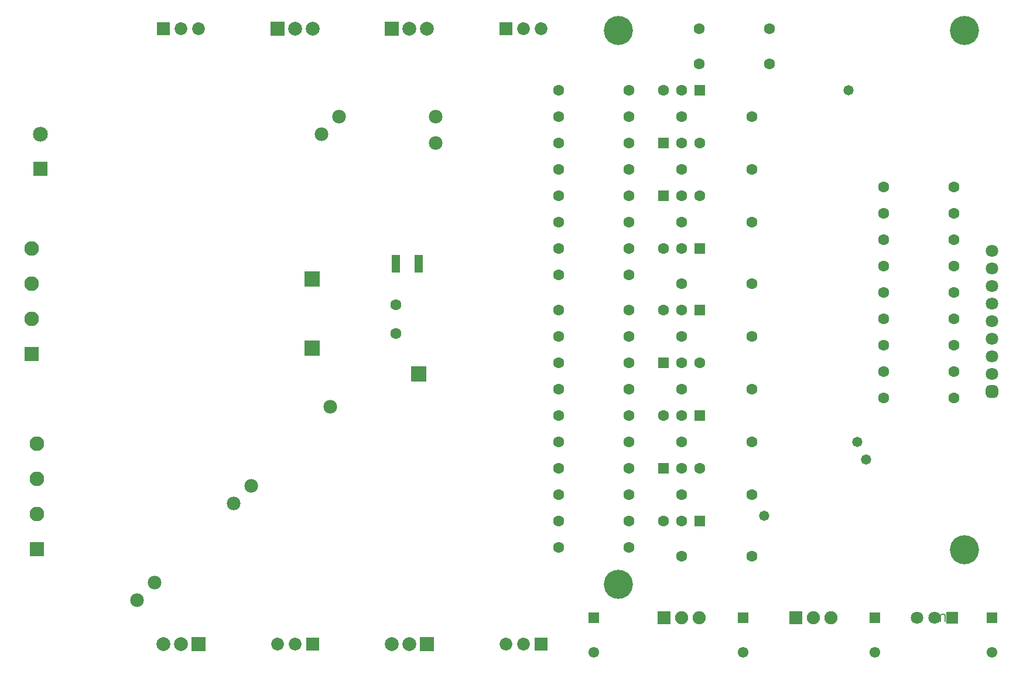
<source format=gbs>
G04*
G04 #@! TF.GenerationSoftware,Altium Limited,Altium Designer,21.8.1 (53)*
G04*
G04 Layer_Color=16711935*
%FSLAX43Y43*%
%MOMM*%
G71*
G04*
G04 #@! TF.SameCoordinates,8F43A1E2-94A4-4ABA-9861-1074310715B2*
G04*
G04*
G04 #@! TF.FilePolarity,Negative*
G04*
G01*
G75*
%ADD15C,0.152*%
%ADD19R,1.803X1.803*%
%ADD20C,1.803*%
%ADD21C,1.553*%
%ADD22R,1.553X1.553*%
%ADD23R,1.903X1.903*%
%ADD24C,1.903*%
%ADD25R,1.303X2.503*%
%ADD26C,1.603*%
%ADD27R,2.203X2.203*%
%ADD28C,1.803*%
G04:AMPARAMS|DCode=29|XSize=1.803mm|YSize=1.803mm|CornerRadius=0.502mm|HoleSize=0mm|Usage=FLASHONLY|Rotation=90.000|XOffset=0mm|YOffset=0mm|HoleType=Round|Shape=RoundedRectangle|*
%AMROUNDEDRECTD29*
21,1,1.803,0.800,0,0,90.0*
21,1,0.800,1.803,0,0,90.0*
1,1,1.003,0.400,0.400*
1,1,1.003,0.400,-0.400*
1,1,1.003,-0.400,-0.400*
1,1,1.003,-0.400,0.400*
%
%ADD29ROUNDEDRECTD29*%
%ADD30R,1.603X1.603*%
%ADD31R,1.850X1.850*%
%ADD32C,1.850*%
%ADD33R,2.000X2.000*%
%ADD34C,2.000*%
%ADD35C,2.103*%
%ADD36R,2.103X2.103*%
%ADD37R,2.153X2.153*%
%ADD38C,2.153*%
%ADD39C,4.203*%
%ADD40C,1.473*%
%ADD41C,1.981*%
D15*
X142240Y9652D02*
Y10499D01*
X142071Y10668D01*
X141732D01*
X141563Y10499D01*
Y9652D01*
X141224Y10668D02*
X140886D01*
X141055D01*
Y9652D01*
X141224Y9822D01*
D19*
X143256Y10160D02*
D03*
D20*
X140716D02*
D03*
X138176D02*
D03*
D21*
X91440Y5120D02*
D03*
X113030Y5160D02*
D03*
X132080Y5120D02*
D03*
X148971Y5120D02*
D03*
D22*
X91440Y10120D02*
D03*
X113030Y10160D02*
D03*
X132080Y10120D02*
D03*
X148971Y10120D02*
D03*
D23*
X101600Y10160D02*
D03*
X120650D02*
D03*
D24*
X104140D02*
D03*
X106680D02*
D03*
X123190D02*
D03*
X125730D02*
D03*
D25*
X66120Y61290D02*
D03*
X62820D02*
D03*
D26*
Y55390D02*
D03*
Y51190D02*
D03*
X96520Y39370D02*
D03*
X86360D02*
D03*
X133350Y41910D02*
D03*
X143510D02*
D03*
X104140Y67310D02*
D03*
X114300D02*
D03*
X96520Y71120D02*
D03*
X86360D02*
D03*
X133350Y60960D02*
D03*
X143510D02*
D03*
X86360Y43180D02*
D03*
X96520D02*
D03*
Y46990D02*
D03*
X86360D02*
D03*
X116840Y95250D02*
D03*
X106680D02*
D03*
Y90170D02*
D03*
X116840D02*
D03*
X86360Y50800D02*
D03*
X96520D02*
D03*
Y54610D02*
D03*
X86360D02*
D03*
X104140Y50800D02*
D03*
X114300D02*
D03*
X133350Y49530D02*
D03*
X143510D02*
D03*
X86360Y35560D02*
D03*
X96520D02*
D03*
X86360Y59690D02*
D03*
X96520D02*
D03*
Y63500D02*
D03*
X86360D02*
D03*
X104140Y35560D02*
D03*
X114300D02*
D03*
X104140Y58420D02*
D03*
X114300D02*
D03*
X133350Y57150D02*
D03*
X143510D02*
D03*
X133350Y64770D02*
D03*
X143510D02*
D03*
X86360Y20320D02*
D03*
X96520D02*
D03*
Y24130D02*
D03*
X86360D02*
D03*
Y82550D02*
D03*
X96520D02*
D03*
Y86360D02*
D03*
X86360D02*
D03*
X104140Y19050D02*
D03*
X114300D02*
D03*
X104140Y82550D02*
D03*
X114300D02*
D03*
X133350Y53340D02*
D03*
X143510D02*
D03*
X133350Y68580D02*
D03*
X143510D02*
D03*
X104140Y43180D02*
D03*
X114300D02*
D03*
X86360Y67310D02*
D03*
X96520D02*
D03*
X104140Y27940D02*
D03*
X114300D02*
D03*
X104140Y74930D02*
D03*
X114300D02*
D03*
X96520Y31750D02*
D03*
X86360D02*
D03*
X133350Y45720D02*
D03*
X143510D02*
D03*
X86360Y27940D02*
D03*
X96520D02*
D03*
Y78740D02*
D03*
X86360D02*
D03*
X133350Y72390D02*
D03*
X143510D02*
D03*
X86360Y74930D02*
D03*
X96520D02*
D03*
X104140Y54610D02*
D03*
X101540D02*
D03*
X104140Y39370D02*
D03*
X101540D02*
D03*
X104140Y63500D02*
D03*
X101540D02*
D03*
X104140Y24130D02*
D03*
X101540D02*
D03*
X104140Y86360D02*
D03*
X101540D02*
D03*
X104140Y46990D02*
D03*
X106740D02*
D03*
X104140Y71120D02*
D03*
X106740D02*
D03*
X104140Y31750D02*
D03*
X106740D02*
D03*
X104140Y78740D02*
D03*
X106740D02*
D03*
D27*
X66120Y45390D02*
D03*
X50720Y59090D02*
D03*
Y49090D02*
D03*
D28*
X149000Y63160D02*
D03*
Y60620D02*
D03*
Y58080D02*
D03*
Y53000D02*
D03*
Y47920D02*
D03*
Y45380D02*
D03*
Y50460D02*
D03*
Y55540D02*
D03*
D29*
Y42840D02*
D03*
D30*
X106740Y54610D02*
D03*
Y39370D02*
D03*
Y63500D02*
D03*
Y24130D02*
D03*
Y86360D02*
D03*
X101540Y46990D02*
D03*
Y71120D02*
D03*
Y31750D02*
D03*
Y78740D02*
D03*
D31*
X50800Y6350D02*
D03*
X83820D02*
D03*
X29210Y95250D02*
D03*
X78740D02*
D03*
D32*
X48260Y6350D02*
D03*
X45720D02*
D03*
X81280D02*
D03*
X78740D02*
D03*
X31750Y95250D02*
D03*
X34290D02*
D03*
X83820D02*
D03*
X81280D02*
D03*
D33*
X34290Y6350D02*
D03*
X67310D02*
D03*
X45720Y95250D02*
D03*
X62230D02*
D03*
D34*
X31750Y6350D02*
D03*
X29210D02*
D03*
X64770D02*
D03*
X62230D02*
D03*
X50800Y95250D02*
D03*
X48260D02*
D03*
X67310D02*
D03*
X64770D02*
D03*
D35*
X10922Y35306D02*
D03*
Y30226D02*
D03*
Y25146D02*
D03*
X10160Y63500D02*
D03*
Y58420D02*
D03*
Y53340D02*
D03*
D36*
X10922Y20066D02*
D03*
X10160Y48260D02*
D03*
D37*
X11430Y75010D02*
D03*
D38*
Y80010D02*
D03*
D39*
X95000Y15000D02*
D03*
X145000Y20000D02*
D03*
X95000Y95000D02*
D03*
X145000D02*
D03*
D40*
X130810Y33020D02*
D03*
X116078Y24892D02*
D03*
X128270Y86360D02*
D03*
X129540Y35560D02*
D03*
D41*
X53340Y40640D02*
D03*
X68580Y78740D02*
D03*
X52070Y80010D02*
D03*
X27940Y15240D02*
D03*
X39370Y26670D02*
D03*
X41910Y29210D02*
D03*
X68580Y82550D02*
D03*
X54610D02*
D03*
X25400Y12700D02*
D03*
M02*

</source>
